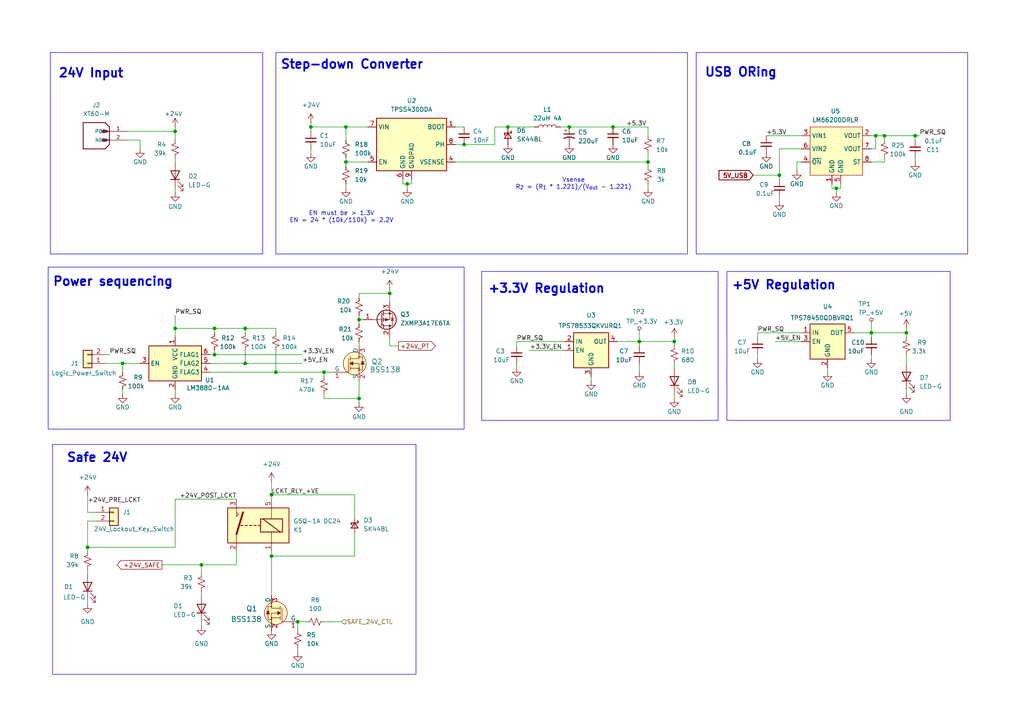
<source format=kicad_sch>
(kicad_sch (version 20250114) (generator "eeschema") (generator_version "9.0")
  (paper "A4")
  (title_block (title "Power Distribution") (rev "1.0.0") (company "Queen's Rocket Engineering Team"))
  (lib_symbols
    (symbol "Connector:TestPoint_Small" (pin_numbers (hide yes)) (pin_names (offset 0.762) (hide yes))
      (property "Reference" "TP" (at 0 3.81 0))
      (property "Value" "TestPoint_Small" (at 0 2.032 0))
      (symbol "TestPoint_Small_1_1"
        (pin passive line (at 0 0 90) (length 0) (name "1") (number "1"))
      )
    )
    (symbol "Connector_Generic:Conn_01x02" (pin_names (offset 1.016) (hide yes))
      (property "Reference" "J" (at 0 2.54 0))
      (property "Value" "Conn_01x02" (at 0 -5.08 0))
      (symbol "Conn_01x02_1_1"
        (pin passive line (at -5.08 0 0) (length 3.81) (name "Pin_1") (number "1"))
        (pin passive line (at -5.08 -2.54 0) (length 3.81) (name "Pin_2") (number "2"))
      )
    )
    (symbol "Device:C_Polarized_Small_US" (pin_numbers (hide yes)) (pin_names (offset 0.254) (hide yes))
      (property "Reference" "C" (at 0.254 1.778 0))
      (property "Value" "C_Polarized_Small_US" (at 0.254 -2.032 0))
      (symbol "C_Polarized_Small_US_1_1"
        (pin passive line (at 0 2.54 270) (length 2.032) (name "~") (number "1"))
        (pin passive line (at 0 -2.54 90) (length 2.032) (name "~") (number "2"))
      )
    )
    (symbol "Device:C_Small" (pin_numbers (hide yes)) (pin_names (offset 0.254) (hide yes))
      (property "Reference" "C" (at 0.254 1.778 0))
      (property "Value" "C_Small" (at 0.254 -2.032 0))
      (symbol "C_Small_1_1"
        (pin passive line (at 0 2.54 270) (length 2.032) (name "~") (number "1"))
        (pin passive line (at 0 -2.54 90) (length 2.032) (name "~") (number "2"))
      )
    )
    (symbol "Device:D_Schottky_Small" (pin_numbers (hide yes)) (pin_names (offset 0.254) (hide yes))
      (property "Reference" "D" (at -1.27 2.032 0))
      (property "Value" "D_Schottky_Small" (at -7.112 -2.032 0))
      (symbol "D_Schottky_Small_1_1"
        (pin passive line (at -2.54 0 0) (length 1.778) (name "K") (number "1"))
        (pin passive line (at 2.54 0 180) (length 1.778) (name "A") (number "2"))
      )
    )
    (symbol "Device:L" (pin_numbers (hide yes)) (pin_names (offset 1.016) (hide yes))
      (property "Reference" "L" (at -1.27 0 90))
      (property "Value" "L" (at 1.905 0 90))
      (symbol "L_1_1"
        (pin passive line (at 0 3.81 270) (length 1.27) (name "1") (number "1"))
        (pin passive line (at 0 -3.81 90) (length 1.27) (name "2") (number "2"))
      )
    )
    (symbol "Device:LED" (pin_numbers (hide yes)) (pin_names (offset 1.016) (hide yes))
      (property "Reference" "D" (at 0 2.54 0))
      (property "Value" "LED" (at 0 -2.54 0))
      (symbol "LED_1_1"
        (pin passive line (at -3.81 0 0) (length 2.54) (name "K") (number "1"))
        (pin passive line (at 3.81 0 180) (length 2.54) (name "A") (number "2"))
      )
    )
    (symbol "Device:R_Small_US" (pin_numbers (hide yes)) (pin_names (offset 0.254) (hide yes))
      (property "Reference" "R" (at 0.762 0.508 0))
      (property "Value" "R_Small_US" (at 0.762 -1.016 0))
      (symbol "R_Small_US_1_1"
        (pin passive line (at 0 2.54 270) (length 1.016) (name "~") (number "1"))
        (pin passive line (at 0 -2.54 90) (length 1.016) (name "~") (number "2"))
      )
    )
    (symbol "LM66200DRLR:LM66200DRLR"
      (property "Reference" "U" (at 0 14.732 0))
      (symbol "LM66200DRLR_1_1"
        (pin input line (at -10.16 10.16 0) (length 2.54) (name "VIN1") (number "3"))
        (pin input line (at -10.16 6.35 0) (length 2.54) (name "VIN2") (number "6"))
        (pin input line (at -10.16 2.54 0) (length 2.54) (name "~{ON}") (number "4"))
        (pin input line (at -1.27 -3.81 90) (length 2.54) (name "GND") (number "1"))
        (pin input line (at 1.27 -3.81 90) (length 2.54) (name "GND") (number "5"))
        (pin input line (at 10.16 10.16 180) (length 2.54) (name "VOUT") (number "2"))
        (pin input line (at 10.16 6.35 180) (length 2.54) (name "VOUT") (number "7"))
        (pin input line (at 10.16 2.54 180) (length 2.54) (name "ST") (number "8"))
      )
    )
    (symbol "Power_Supervisor:LM3880"
      (property "Reference" "U" (at 1.27 8.89 0))
      (property "Value" "LM3880" (at 3.81 6.35 0))
      (symbol "LM3880_1_1"
        (pin input line (at -10.16 0 0) (length 2.54) (name "EN") (number "3"))
        (pin power_in line (at 0 7.62 270) (length 2.54) (name "VCC") (number "1"))
        (pin power_in line (at 0 -7.62 90) (length 2.54) (name "GND") (number "2"))
        (pin open_collector line (at 10.16 2.54 180) (length 2.54) (name "FLAG1") (number "6"))
        (pin open_collector line (at 10.16 0 180) (length 2.54) (name "FLAG2") (number "5"))
        (pin open_collector line (at 10.16 -2.54 180) (length 2.54) (name "FLAG3") (number "4"))
      )
    )
    (symbol "Regulator_Linear:TPS78236DDC"
      (property "Reference" "U" (at -3.81 6.35 0))
      (property "Value" "TPS78236DDC" (at 6.35 6.35 0))
      (symbol "TPS78236DDC_0_1"
        (pin power_in line (at -7.62 2.54 0) (length 2.54) (name "IN") (number "1"))
        (pin input line (at -7.62 0 0) (length 2.54) (name "EN") (number "3"))
        (pin power_in line (at 0 -7.62 90) (length 2.54) (name "GND") (number "2"))
        (pin power_out line (at 7.62 2.54 180) (length 2.54) (name "OUT") (number "5"))
      )
      (symbol "TPS78236DDC_1_1"
        (pin passive line (at 0 -7.62 90) (length 2.54) (hide yes) (name "GND") (number "4"))
      )
    )
    (symbol "Regulator_Switching:TPS5430DDA"
      (property "Reference" "U" (at -10.16 8.89 0))
      (property "Value" "TPS5430DDA" (at -1.27 8.89 0))
      (symbol "TPS5430DDA_1_1"
        (pin power_in line (at -12.7 5.08 0) (length 2.54) (name "VIN") (number "7"))
        (pin input line (at -12.7 -5.08 0) (length 2.54) (name "EN") (number "5"))
        (pin no_connect line (at -10.16 2.54 0) (length 2.54) (hide yes) (name "NC") (number "2"))
        (pin no_connect line (at -10.16 -2.54 0) (length 2.54) (hide yes) (name "NC") (number "3"))
        (pin power_in line (at -2.54 -10.16 90) (length 2.54) (name "GND") (number "6"))
        (pin power_in line (at 0 -10.16 90) (length 2.54) (name "GNDPAD") (number "9"))
        (pin input line (at 12.7 5.08 180) (length 2.54) (name "BOOT") (number "1"))
        (pin output line (at 12.7 0 180) (length 2.54) (name "PH") (number "8"))
        (pin input line (at 12.7 -5.08 180) (length 2.54) (name "VSENSE") (number "4"))
      )
    )
    (symbol "Relay:G5Q-1A"
      (property "Reference" "K" (at 8.89 3.81 0))
      (property "Value" "G5Q-1A" (at 8.89 1.27 0))
      (symbol "G5Q-1A_1_1"
        (pin passive line (at -5.08 7.62 270) (length 2.54) (name "~") (number "5"))
        (pin passive line (at -5.08 -7.62 90) (length 2.54) (name "~") (number "1"))
        (pin passive line (at 5.08 7.62 270) (length 2.54) (name "~") (number "3"))
        (pin passive line (at 5.08 -7.62 90) (length 2.54) (name "~") (number "2"))
      )
    )
    (symbol "TPS78236DDC_1"
      (property "Reference" "U7" (at 0 10.16 0))
      (property "Value" "TPS78533QKVURQ1" (at -4.318 7.62 0))
      (symbol "TPS78236DDC_1_1_1"
        (pin power_in line (at -7.62 2.54 0) (length 2.54) (name "IN") (number "2"))
        (pin input line (at -7.62 0 0) (length 2.54) (name "EN") (number "1"))
        (pin power_in line (at 0 -7.62 90) (length 2.54) (name "GND") (number "3"))
        (pin passive line (at 0 -7.62 90) (length 2.54) (hide yes) (name "GND") (number "4"))
        (pin power_out line (at 7.62 2.54 180) (length 2.54) (name "OUT") (number "4"))
      )
    )
    (symbol "Transistor_FET:ZXMP4A16G" (pin_names (hide yes))
      (property "Reference" "Q" (at 5.08 1.905 0))
      (property "Value" "ZXMP4A16G" (at 5.08 0 0))
      (symbol "ZXMP4A16G_1_1"
        (pin input line (at -5.08 0 0) (length 2.54) (name "G") (number "1"))
        (pin passive line (at 2.54 5.08 270) (length 2.54) (name "D") (number "2"))
        (pin passive line (at 2.54 -5.08 90) (length 2.54) (name "S") (number "3"))
      )
    )
    (symbol "XT60-M:XT60-M" (pin_names (offset 1.016))
      (property "Reference" "J12" (at 3.81 10.16 0))
      (property "Value" "XT60-M" (at 3.81 7.62 0))
      (symbol "XT60-M_1_0"
        (pin passive line (at -5.08 2.54 0) (length 5.08) (name "POS") (number "1"))
        (pin passive line (at -5.08 0 0) (length 5.08) (name "NEG") (number "2"))
      )
    )
    (symbol "dk_Transistors-FETs-MOSFETs-Single:BSS138" (pin_names (offset 0))
      (property "Reference" "Q" (at -2.6924 3.6322 0))
      (property "Value" "BSS138" (at 3.4544 0 90))
      (symbol "BSS138_1_1"
        (pin bidirectional line (at -7.62 -2.54 0) (length 2.54) (name "G") (number "1"))
        (pin bidirectional line (at 0 5.08 270) (length 2.54) (name "D") (number "3"))
        (pin bidirectional line (at 0 -5.08 90) (length 2.54) (name "S") (number "2"))
      )
    )
    (symbol "power:+24V" (power) (pin_numbers (hide yes)) (pin_names (offset 0) (hide yes))
      (property "Value" "+24V" (at 0 3.556 0))
      (symbol "+24V_1_1"
        (pin power_in line (at 0 0 90) (length 0) (name "~") (number "1"))
      )
    )
    (symbol "power:GND" (power) (pin_numbers (hide yes)) (pin_names (offset 0) (hide yes))
      (property "Value" "GND" (at 0 -3.81 0))
      (symbol "GND_1_1"
        (pin power_in line (at 0 0 270) (length 0) (name "~") (number "1"))
      )
    )
  )
  (rectangle (start 15.24 128.905) (end 120.65 195.58))
  (rectangle (start 80.01 15.24) (end 199.39 73.66))
  (rectangle (start 13.97 77.47) (end 134.62 124.46))
  (rectangle (start 139.7 78.74) (end 208.28 121.92))
  (rectangle (start 201.93 15.24) (end 280.67 73.66))
  (rectangle (start 210.82 78.74) (end 275.59 121.92))
  (rectangle (start 14.605 15.24) (end 76.2 73.66))
  (text "EN must be > 1.3V\nEN = 24 * (10k/110k) = 2.2V" (at 99.06 62.992 0) (effects (font (size 1.27 1.27))))
  (text "USB ORing" (at 214.884 21.082 0) (effects (font (size 2.54 2.54) (thickness 0.508) (bold yes))))
  (text "Step-down Converter" (at 102.108 18.796 0) (effects (font (size 2.54 2.54) (thickness 0.508) (bold yes))))
  (text "Vsense\nR_{2} = (R_{1} * 1.221)/(V_{out} - 1.221)" (at 166.37 53.34 0) (effects (font (size 1.27 1.27))))
  (text "+3.3V Regulation" (at 158.496 83.82 0) (effects (font (size 2.54 2.54) (thickness 0.508) (bold yes))))
  (text "+5V Regulation" (at 227.33 82.804 0) (effects (font (size 2.54 2.54) (thickness 0.508) (bold yes))))
  (text "24V Input" (at 26.416 21.336 0) (effects (font (size 2.54 2.54) (thickness 0.508) (bold yes))))
  (text "Power sequencing" (at 32.766 81.788 0) (effects (font (size 2.54 2.54) (thickness 0.508) (bold yes))))
  (text "Safe 24V" (at 28.194 132.842 0) (effects (font (size 2.54 2.54) (thickness 0.508) (bold yes))))
  (junction (at 104.14 115.57))
  (junction (at 50.8 95.25))
  (junction (at 78.74 143.51))
  (junction (at 254 39.37))
  (junction (at 100.33 36.83))
  (junction (at 25.4 158.75))
  (junction (at 165.1 36.83))
  (junction (at 262.89 96.52))
  (junction (at 62.23 102.87))
  (junction (at 35.56 105.41))
  (junction (at 256.54 39.37))
  (junction (at 71.12 105.41))
  (junction (at 134.62 41.91))
  (junction (at 62.23 95.25))
  (junction (at 78.74 161.29))
  (junction (at 118.11 53.34))
  (junction (at 100.33 46.99))
  (junction (at 90.17 36.83))
  (junction (at 80.01 107.95))
  (junction (at 242.57 54.61))
  (junction (at 50.8 38.1))
  (junction (at 86.36 180.34))
  (junction (at 71.12 95.25))
  (junction (at 252.73 96.52))
  (junction (at 187.96 46.99))
  (junction (at 195.58 99.06))
  (junction (at 265.43 39.37))
  (junction (at 177.8 36.83))
  (junction (at 93.98 107.95))
  (junction (at 226.06 50.8))
  (junction (at 58.42 163.83))
  (junction (at 147.32 36.83))
  (junction (at 185.42 99.06))
  (junction (at 104.14 92.71))
  (junction (at 113.03 85.09))
  (wire (pts (xy 40.64 43.18) (xy 40.64 40.64)))
  (wire (pts (xy 86.36 189.23) (xy 86.36 187.96)))
  (wire (pts (xy 116.84 53.34) (xy 118.11 53.34)))
  (wire (pts (xy 132.08 41.91) (xy 134.62 41.91)))
  (wire (pts (xy 119.38 53.34) (xy 119.38 52.07)))
  (wire (pts (xy 254 43.18) (xy 254 39.37)))
  (wire (pts (xy 50.8 95.25) (xy 62.23 95.25)))
  (wire (pts (xy 262.89 102.87) (xy 262.89 105.41)))
  (wire (pts (xy 265.43 39.37) (xy 265.43 40.64)))
  (wire (pts (xy 256.54 45.72) (xy 256.54 46.99)))
  (wire (pts (xy 252.73 43.18) (xy 254 43.18)))
  (wire (pts (xy 100.33 46.99) (xy 100.33 45.72)))
  (wire (pts (xy 46.99 163.83) (xy 58.42 163.83)))
  (wire (pts (xy 35.56 113.03) (xy 35.56 114.3)))
  (wire (pts (xy 90.17 38.1) (xy 90.17 36.83)))
  (wire (pts (xy 102.87 161.29) (xy 102.87 154.94)))
  (wire (pts (xy 50.8 95.25) (xy 50.8 97.79)))
  (wire (pts (xy 252.73 96.52) (xy 252.73 97.79)))
  (wire (pts (xy 62.23 96.52) (xy 62.23 95.25)))
  (wire (pts (xy 242.57 54.61) (xy 242.57 55.88)))
  (wire (pts (xy 185.42 99.06) (xy 195.58 99.06)))
  (wire (pts (xy 254 39.37) (xy 252.73 39.37)))
  (wire (pts (xy 58.42 163.83) (xy 58.42 166.37)))
  (wire (pts (xy 86.36 180.34) (xy 86.36 182.88)))
  (wire (pts (xy 25.4 165.1) (xy 25.4 166.37)))
  (wire (pts (xy 90.17 36.83) (xy 100.33 36.83)))
  (wire (pts (xy 71.12 95.25) (xy 71.12 96.52)))
  (wire (pts (xy 50.8 54.61) (xy 50.8 55.88)))
  (wire (pts (xy 187.96 36.83) (xy 187.96 39.37)))
  (wire (pts (xy 163.83 101.6) (xy 153.67 101.6)))
  (wire (pts (xy 100.33 36.83) (xy 106.68 36.83)))
  (wire (pts (xy 100.33 36.83) (xy 100.33 40.64)))
  (wire (pts (xy 102.87 143.51) (xy 102.87 149.86)))
  (wire (pts (xy 71.12 105.41) (xy 87.63 105.41)))
  (wire (pts (xy 149.86 99.06) (xy 149.86 100.33)))
  (wire (pts (xy 100.33 46.99) (xy 100.33 48.26)))
  (wire (pts (xy 60.96 107.95) (xy 80.01 107.95)))
  (wire (pts (xy 241.3 53.34) (xy 241.3 54.61)))
  (wire (pts (xy 195.58 97.79) (xy 195.58 99.06)))
  (wire (pts (xy 25.4 151.13) (xy 27.94 151.13)))
  (wire (pts (xy 118.11 53.34) (xy 119.38 53.34)))
  (wire (pts (xy 113.03 85.09) (xy 113.03 87.63)))
  (wire (pts (xy 222.25 39.37) (xy 232.41 39.37)))
  (wire (pts (xy 80.01 107.95) (xy 80.01 101.6)))
  (wire (pts (xy 219.71 102.87) (xy 219.71 104.14)))
  (wire (pts (xy 50.8 38.1) (xy 50.8 40.64)))
  (wire (pts (xy 143.51 36.83) (xy 143.51 41.91)))
  (wire (pts (xy 113.03 83.82) (xy 113.03 85.09)))
  (wire (pts (xy 265.43 45.72) (xy 265.43 46.99)))
  (wire (pts (xy 25.4 143.51) (xy 25.4 148.59)))
  (wire (pts (xy 80.01 107.95) (xy 93.98 107.95)))
  (wire (pts (xy 226.06 50.8) (xy 226.06 43.18)))
  (wire (pts (xy 104.14 85.09) (xy 113.03 85.09)))
  (wire (pts (xy 113.03 97.79) (xy 113.03 100.33)))
  (wire (pts (xy 242.57 54.61) (xy 243.84 54.61)))
  (wire (pts (xy 218.44 50.8) (xy 226.06 50.8)))
  (wire (pts (xy 179.07 99.06) (xy 185.42 99.06)))
  (wire (pts (xy 58.42 180.34) (xy 58.42 181.61)))
  (wire (pts (xy 226.06 52.07) (xy 226.06 50.8)))
  (wire (pts (xy 80.01 95.25) (xy 71.12 95.25)))
  (wire (pts (xy 90.17 35.56) (xy 90.17 36.83)))
  (wire (pts (xy 132.08 36.83) (xy 134.62 36.83)))
  (wire (pts (xy 78.74 139.7) (xy 78.74 143.51)))
  (wire (pts (xy 62.23 102.87) (xy 87.63 102.87)))
  (wire (pts (xy 185.42 105.41) (xy 185.42 107.95)))
  (wire (pts (xy 104.14 91.44) (xy 104.14 92.71)))
  (wire (pts (xy 78.74 143.51) (xy 78.74 144.78)))
  (wire (pts (xy 256.54 39.37) (xy 265.43 39.37)))
  (wire (pts (xy 143.51 36.83) (xy 147.32 36.83)))
  (wire (pts (xy 262.89 113.03) (xy 262.89 114.3)))
  (wire (pts (xy 50.8 144.78) (xy 50.8 158.75)))
  (wire (pts (xy 247.65 96.52) (xy 252.73 96.52)))
  (wire (pts (xy 104.14 99.06) (xy 104.14 100.33)))
  (wire (pts (xy 187.96 46.99) (xy 187.96 48.26)))
  (wire (pts (xy 262.89 97.79) (xy 262.89 96.52)))
  (wire (pts (xy 62.23 95.25) (xy 71.12 95.25)))
  (wire (pts (xy 265.43 39.37) (xy 266.7 39.37)))
  (wire (pts (xy 104.14 115.57) (xy 104.14 116.84)))
  (wire (pts (xy 25.4 173.99) (xy 25.4 175.26)))
  (wire (pts (xy 195.58 99.06) (xy 195.58 100.33)))
  (wire (pts (xy 62.23 102.87) (xy 62.23 101.6)))
  (wire (pts (xy 86.36 180.34) (xy 88.9 180.34)))
  (wire (pts (xy 195.58 114.3) (xy 195.58 115.57)))
  (wire (pts (xy 50.8 45.72) (xy 50.8 46.99)))
  (wire (pts (xy 78.74 161.29) (xy 78.74 172.72)))
  (wire (pts (xy 240.03 106.68) (xy 240.03 107.95)))
  (wire (pts (xy 30.48 102.87) (xy 31.75 102.87)))
  (wire (pts (xy 113.03 100.33) (xy 115.57 100.33)))
  (wire (pts (xy 219.71 96.52) (xy 232.41 96.52)))
  (wire (pts (xy 100.33 46.99) (xy 106.68 46.99)))
  (wire (pts (xy 50.8 144.78) (xy 68.58 144.78)))
  (wire (pts (xy 147.32 36.83) (xy 154.94 36.83)))
  (wire (pts (xy 243.84 54.61) (xy 243.84 53.34)))
  (wire (pts (xy 171.45 109.22) (xy 171.45 110.49)))
  (wire (pts (xy 177.8 36.83) (xy 187.96 36.83)))
  (wire (pts (xy 35.56 105.41) (xy 40.64 105.41)))
  (wire (pts (xy 30.48 105.41) (xy 35.56 105.41)))
  (wire (pts (xy 252.73 92.71) (xy 252.73 96.52)))
  (wire (pts (xy 78.74 161.29) (xy 78.74 160.02)))
  (wire (pts (xy 71.12 105.41) (xy 71.12 101.6)))
  (wire (pts (xy 60.96 102.87) (xy 62.23 102.87)))
  (wire (pts (xy 241.3 54.61) (xy 242.57 54.61)))
  (wire (pts (xy 187.96 44.45) (xy 187.96 46.99)))
  (wire (pts (xy 93.98 114.3) (xy 93.98 115.57)))
  (wire (pts (xy 219.71 96.52) (xy 219.71 97.79)))
  (wire (pts (xy 25.4 158.75) (xy 25.4 151.13)))
  (wire (pts (xy 165.1 36.83) (xy 177.8 36.83)))
  (wire (pts (xy 60.96 105.41) (xy 71.12 105.41)))
  (wire (pts (xy 104.14 86.36) (xy 104.14 85.09)))
  (wire (pts (xy 232.41 46.99) (xy 231.14 46.99)))
  (wire (pts (xy 78.74 143.51) (xy 102.87 143.51)))
  (wire (pts (xy 104.14 92.71) (xy 104.14 93.98)))
  (wire (pts (xy 224.79 99.06) (xy 232.41 99.06)))
  (wire (pts (xy 226.06 43.18) (xy 232.41 43.18)))
  (wire (pts (xy 185.42 95.25) (xy 185.42 99.06)))
  (wire (pts (xy 58.42 163.83) (xy 68.58 163.83)))
  (wire (pts (xy 226.06 57.15) (xy 226.06 58.42)))
  (wire (pts (xy 35.56 105.41) (xy 35.56 107.95)))
  (wire (pts (xy 93.98 107.95) (xy 93.98 109.22)))
  (wire (pts (xy 104.14 92.71) (xy 105.41 92.71)))
  (wire (pts (xy 104.14 110.49) (xy 104.14 115.57)))
  (wire (pts (xy 50.8 91.44) (xy 50.8 95.25)))
  (wire (pts (xy 80.01 96.52) (xy 80.01 95.25)))
  (wire (pts (xy 256.54 39.37) (xy 256.54 40.64)))
  (wire (pts (xy 262.89 95.25) (xy 262.89 96.52)))
  (wire (pts (xy 252.73 96.52) (xy 262.89 96.52)))
  (wire (pts (xy 50.8 158.75) (xy 25.4 158.75)))
  (wire (pts (xy 93.98 180.34) (xy 99.06 180.34)))
  (wire (pts (xy 78.74 161.29) (xy 102.87 161.29)))
  (wire (pts (xy 68.58 160.02) (xy 68.58 163.83)))
  (wire (pts (xy 93.98 107.95) (xy 96.52 107.95)))
  (wire (pts (xy 118.11 53.34) (xy 118.11 54.61)))
  (wire (pts (xy 93.98 115.57) (xy 104.14 115.57)))
  (wire (pts (xy 252.73 102.87) (xy 252.73 104.14)))
  (wire (pts (xy 40.64 40.64) (xy 36.83 40.64)))
  (wire (pts (xy 231.14 46.99) (xy 231.14 49.53)))
  (wire (pts (xy 162.56 36.83) (xy 165.1 36.83)))
  (wire (pts (xy 36.83 38.1) (xy 50.8 38.1)))
  (wire (pts (xy 90.17 44.45) (xy 90.17 43.18)))
  (wire (pts (xy 58.42 171.45) (xy 58.42 172.72)))
  (wire (pts (xy 134.62 41.91) (xy 143.51 41.91)))
  (wire (pts (xy 254 39.37) (xy 256.54 39.37)))
  (wire (pts (xy 25.4 148.59) (xy 27.94 148.59)))
  (wire (pts (xy 187.96 54.61) (xy 187.96 53.34)))
  (wire (pts (xy 195.58 105.41) (xy 195.58 106.68)))
  (wire (pts (xy 100.33 53.34) (xy 100.33 54.61)))
  (wire (pts (xy 116.84 53.34) (xy 116.84 52.07)))
  (wire (pts (xy 50.8 113.03) (xy 50.8 114.3)))
  (wire (pts (xy 25.4 158.75) (xy 25.4 160.02)))
  (wire (pts (xy 50.8 36.83) (xy 50.8 38.1)))
  (wire (pts (xy 185.42 99.06) (xy 185.42 100.33)))
  (wire (pts (xy 256.54 46.99) (xy 252.73 46.99)))
  (wire (pts (xy 149.86 105.41) (xy 149.86 106.68)))
  (wire (pts (xy 149.86 99.06) (xy 163.83 99.06)))
  (wire (pts (xy 132.08 46.99) (xy 187.96 46.99)))
  (label "+24V_POST_LCKT" (at 52.07 144.78 0))
  (label "PWR_SQ" (at 31.75 102.87 0))
  (label "PWR_SQ" (at 266.7 39.37 0))
  (label "+3.3V_EN" (at 87.63 102.87 0))
  (label "+5.3V" (at 222.25 39.37 0))
  (label "PWR_SQ" (at 149.86 99.06 0))
  (label "+5V_EN" (at 224.79 99.06 0))
  (label "+5.3V" (at 181.61 36.83 0))
  (label "+24V_PRE_LCKT" (at 25.4 146.05 0))
  (label "PWR_SQ" (at 50.8 91.44 0))
  (label "LCKT_RLY_+VE" (at 78.74 143.51 0))
  (label "+3.3V_EN" (at 153.67 101.6 0))
  (label "PWR_SQ" (at 219.71 96.52 0))
  (label "+5V_EN" (at 87.63 105.41 0))
  (global_label "+24V_PT" (shape output) (at 115.57 100.33 0) (property "Intersheetrefs" "${INTERSHEET_REFS}" (effects (hide yes))))
  (global_label "+24V_SAFE" (shape output) (at 46.99 163.83 180) (property "Intersheetrefs" "${INTERSHEET_REFS}" (effects (hide yes))))
  (global_label "5V_USB" (shape input) (at 218.44 50.8 180) (effects (font (thickness 0.254) (bold yes))) (property "Intersheetrefs" "${INTERSHEET_REFS}" (effects (hide yes))))
  (hierarchical_label "SAFE_24V_CTL" (shape input) (at 99.06 180.34 0))
  (symbol (lib_id "Device:C_Small") (at 219.71 100.33 0) (unit 1)
    (property "Reference" "C7" (at 213.868 99.314 0) (effects (justify left)))
    (property "Value" "10uF" (at 212.852 101.854 0) (effects (justify left)))
    (property "Footprint" "Capacitor_SMD:C_1206_3216Metric" (effects (hide yes)))
    (property "Description" "Unpolarized capacitor, small symbol" (effects (hide yes)))
    (property "Voltage" "50V" (effects (hide yes)))
    (property "Dielectric" "X5R or X7R" (effects (hide yes)))
    (property "P/N" "CL31A106KBHNNNE" (effects (hide yes)))
    (property "LCSC" "C13585" (effects (hide yes)))
  )
  (symbol (lib_id "Device:R_Small_US") (at 262.89 100.33 0) (mirror x) (unit 1)
    (property "Reference" "R9" (at 268.732 99.314 0) (effects (justify right)))
    (property "Value" "3.3k" (at 268.732 101.854 0) (effects (justify right)))
    (property "Footprint" "Resistor_SMD:R_0402_1005Metric" (effects (hide yes)))
    (property "Description" "Resistor, small US symbol" (effects (hide yes)))
  )
  (symbol (lib_id "Device:R_Small_US") (at 104.14 88.9 0) (mirror x) (unit 1)
    (property "Reference" "R20" (at 101.6 87.376 0) (effects (justify right)))
    (property "Value" "10k" (at 102.108 89.916 0) (effects (justify right)))
    (property "Footprint" "Resistor_SMD:R_0402_1005Metric" (effects (hide yes)))
    (property "Description" "Resistor, small US symbol" (effects (hide yes)))
  )
  (symbol (lib_id "power:GND") (at 90.17 44.45 0) (unit 1)
    (property "Reference" "#PWR0113" (effects (hide yes)))
    (property "Value" "GND" (at 90.17 48.26 0))
    (property "Description" "Power symbol creates a global label with name \"GND\" , ground" (effects (hide yes)))
  )
  (symbol (lib_id "power:GND") (at 240.03 107.95 0) (unit 1)
    (property "Reference" "#PWR051" (effects (hide yes)))
    (property "Value" "GND" (at 240.03 111.76 0))
    (property "Description" "Power symbol creates a global label with name \"GND\" , ground" (effects (hide yes)))
  )
  (symbol (lib_id "Device:R_Small_US") (at 100.33 50.8 0) (unit 1)
    (property "Reference" "R19" (at 102.87 49.5299 0) (effects (justify left)))
    (property "Value" "10k" (at 102.87 52.0699 0) (effects (justify left)))
    (property "Footprint" "Resistor_SMD:R_0402_1005Metric" (effects (hide yes)))
    (property "Description" "Resistor, small US symbol" (effects (hide yes)))
    (property "LCSC" "C25531" (effects (hide yes)))
    (property "MPN" "0402WGJ0103TCE" (effects (hide yes)))
  )
  (symbol (lib_id "Transistor_FET:ZXMP4A16G") (at 110.49 92.71 0) (mirror x) (unit 1)
    (property "Reference" "Q3" (at 116.078 91.186 0) (effects (justify left)))
    (property "Value" "ZXMP3A17E6TA" (at 116.078 93.726 0) (effects (justify left)))
    (property "Footprint" "Library:ZXMP3A17E6TA" (effects (hide yes)))
    (property "Datasheet" "https://www.lcsc.com/datasheet/C154715.pdf" (effects (hide yes)))
    (property "Description" "-30V Vds, P-Channel MOSFET, SOT-23-6" (effects (hide yes)))
  )
  (symbol (lib_id "power:GND") (at 219.71 104.14 0) (unit 1)
    (property "Reference" "#PWR047" (effects (hide yes)))
    (property "Value" "GND" (at 219.71 107.95 0))
    (property "Description" "Power symbol creates a global label with name \"GND\" , ground" (effects (hide yes)))
  )
  (symbol (lib_id "power:GND") (at 100.33 54.61 0) (unit 1)
    (property "Reference" "#PWR034" (effects (hide yes)))
    (property "Value" "GND" (at 100.33 58.42 0))
    (property "Description" "Power symbol creates a global label with name \"GND\" , ground" (effects (hide yes)))
  )
  (symbol (lib_id "Device:R_Small_US") (at 91.44 180.34 90) (unit 1)
    (property "Reference" "R6" (at 91.44 173.99 90))
    (property "Value" "100" (at 91.44 176.53 90))
    (property "Footprint" "Resistor_SMD:R_0402_1005Metric" (effects (hide yes)))
    (property "Description" "Resistor, small US symbol" (effects (hide yes)))
    (property "MPN" "0402WGF1000TCE" (effects (hide yes)))
    (property "LCSC" "C25076" (effects (hide yes)))
  )
  (symbol (lib_id "Device:LED") (at 262.89 109.22 90) (unit 1)
    (property "Reference" "D7" (at 266.7 109.5374 90) (effects (justify right)))
    (property "Value" "LED-G" (at 266.7 112.0774 90) (effects (justify right)))
    (property "Footprint" "LED_SMD:LED_0805_2012Metric" (effects (hide yes)))
    (property "Description" "Light emitting diode" (effects (hide yes)))
    (property "Sim.Pins" "1=K 2=A" (effects (hide yes)))
    (property "LCSC" "C2297" (effects (hide yes)))
  )
  (symbol (lib_id "Device:D_Schottky_Small") (at 102.87 152.4 270) (unit 1)
    (property "Reference" "D3" (at 105.41 150.8759 90) (effects (justify left)))
    (property "Value" "SK44BL" (at 105.41 153.4159 90) (effects (justify left)))
    (property "Footprint" "Diode_SMD:D_SMB" (effects (hide yes)))
    (property "Description" "Schottky diode, small symbol" (effects (hide yes)))
    (property "MPN" "SK44BL-TP" (effects (hide yes)))
    (property "LCSC" "C151740" (effects (hide yes)))
  )
  (symbol (lib_id "Device:R_Small_US") (at 80.01 99.06 0) (mirror x) (unit 1)
    (property "Reference" "R14" (at 85.852 98.044 0) (effects (justify right)))
    (property "Value" "100k" (at 86.36 100.584 0) (effects (justify right)))
    (property "Footprint" "Resistor_SMD:R_0402_1005Metric" (effects (hide yes)))
    (property "Description" "Resistor, small US symbol" (effects (hide yes)))
  )
  (symbol (lib_id "Device:R_Small_US") (at 86.36 185.42 0) (unit 1)
    (property "Reference" "R5" (at 88.9 184.1499 0) (effects (justify left)))
    (property "Value" "10k" (at 88.9 186.6899 0) (effects (justify left)))
    (property "Footprint" "Resistor_SMD:R_0402_1005Metric" (effects (hide yes)))
    (property "Description" "Resistor, small US symbol" (effects (hide yes)))
    (property "LCSC" "C25531" (effects (hide yes)))
    (property "MPN" "0402WGJ0103TCE" (effects (hide yes)))
  )
  (symbol (lib_id "power:GND") (at 40.64 43.18 0) (unit 1)
    (property "Reference" "#PWR0102" (effects (hide yes)))
    (property "Value" "GND" (at 40.64 46.99 0))
    (property "Description" "Power symbol creates a global label with name \"GND\" , ground" (effects (hide yes)))
  )
  (symbol (lib_id "Device:R_Small_US") (at 104.14 96.52 0) (mirror x) (unit 1)
    (property "Reference" "R21" (at 102.108 95.504 0) (effects (justify right)))
    (property "Value" "10k" (at 102.616 98.044 0) (effects (justify right)))
    (property "Footprint" "Resistor_SMD:R_0402_1005Metric" (effects (hide yes)))
    (property "Description" "Resistor, small US symbol" (effects (hide yes)))
  )
  (symbol (lib_id "Device:C_Small") (at 185.42 102.87 0) (unit 1)
    (property "Reference" "C7" (at 179.578 101.854 0) (effects (justify left)))
    (property "Value" "10uF" (at 178.562 104.394 0) (effects (justify left)))
    (property "Footprint" "Capacitor_SMD:C_1206_3216Metric" (effects (hide yes)))
    (property "Description" "Unpolarized capacitor, small symbol" (effects (hide yes)))
    (property "Voltage" "50V" (effects (hide yes)))
    (property "Dielectric" "X5R or X7R" (effects (hide yes)))
    (property "P/N" "CL31A106KBHNNNE" (effects (hide yes)))
    (property "LCSC" "C13585" (effects (hide yes)))
  )
  (symbol (lib_id "Connector_Generic:Conn_01x02") (at 33.02 148.59 0) (unit 1) (in_bom no)
    (property "Reference" "J1" (at 35.56 148.5899 0) (effects (justify left)))
    (property "Value" "24V_Lockout_Key_Switch" (at 27.178 153.416 0) (effects (justify left)))
    (property "Footprint" "Connector_JST:JST_XH_B2B-XH-A_1x02_P2.50mm_Vertical" (effects (hide yes)))
    (property "Description" "Generic connector, single row, 01x02, script generated (kicad-library-utils/schlib/autogen/connector/)" (effects (hide yes)))
    (property "MPN" "XH-2A" (effects (hide yes)))
    (property "LCSC" "C20079" (effects (hide yes)))
  )
  (symbol (lib_id "power:GND") (at 25.4 175.26 0) (unit 1)
    (property "Reference" "#PWR022" (effects (hide yes)))
    (property "Value" "GND" (at 25.4 180.34 0))
    (property "Description" "Power symbol creates a global label with name \"GND\" , ground" (effects (hide yes)))
  )
  (symbol (lib_id "Device:R_Small_US") (at 187.96 41.91 0) (unit 1)
    (property "Reference" "R7" (at 190.246 40.894 0) (effects (justify left)))
    (property "Value" "10k" (at 190.246 43.434 0) (effects (justify left)))
    (property "Footprint" "Resistor_SMD:R_0402_1005Metric" (effects (hide yes)))
    (property "Description" "Resistor, small US symbol" (effects (hide yes)))
    (property "LCSC" "C25531" (effects (hide yes)))
    (property "MPN" "0402WGJ0103TCE" (effects (hide yes)))
  )
  (symbol (lib_id "power:GND") (at 86.36 189.23 0) (unit 1)
    (property "Reference" "#PWR0111" (effects (hide yes)))
    (property "Value" "GND" (at 86.36 193.04 0))
    (property "Description" "Power symbol creates a global label with name \"GND\" , ground" (effects (hide yes)))
  )
  (symbol (lib_id "Device:C_Small") (at 265.43 43.18 180) (unit 1)
    (property "Reference" "C11" (at 272.542 43.434 0) (effects (justify left)))
    (property "Value" "0.1uF" (at 273.558 40.894 0) (effects (justify left)))
    (property "Footprint" "Capacitor_SMD:C_1206_3216Metric" (effects (hide yes)))
    (property "Description" "Unpolarized capacitor, small symbol" (effects (hide yes)))
    (property "Voltage" "50V" (effects (hide yes)))
    (property "Dielectric" "X5R or X7R" (effects (hide yes)))
    (property "P/N" "CL31A106KBHNNNE" (effects (hide yes)))
    (property "LCSC" "C13585" (effects (hide yes)))
  )
  (symbol (lib_id "Device:R_Small_US") (at 187.96 50.8 0) (unit 1)
    (property "Reference" "R8" (at 190.5 49.5299 0) (effects (justify left)))
    (property "Value" "3k" (at 190.5 52.0699 0) (effects (justify left)))
    (property "Footprint" "Resistor_SMD:R_0402_1005Metric" (effects (hide yes)))
    (property "Description" "Resistor, small US symbol" (effects (hide yes)))
    (property "MPN" "0402WGF3301TCE" (effects (hide yes)))
    (property "LCSC" "C25890" (effects (hide yes)))
  )
  (symbol (lib_id "Relay:G5Q-1A") (at 73.66 152.4 0) (mirror y) (unit 1)
    (property "Reference" "K1" (at 85.09 153.6701 0) (effects (justify right)))
    (property "Value" "G5Q-1A DC24" (at 85.09 151.1301 0) (effects (justify right)))
    (property "Footprint" "Relay_THT:Relay_SPST_Omron-G5Q-1A" (effects (hide yes)))
    (property "Datasheet" "https://www.omron.com/ecb/products/pdf/en-g5q.pdf" (effects (hide yes)))
    (property "Description" "Omron G5Q relay, Miniature Single Pole, SPST-NO, 10A" (effects (hide yes)))
  )
  (symbol (lib_id "power:GND") (at 187.96 54.61 0) (unit 1)
    (property "Reference" "#PWR0106" (effects (hide yes)))
    (property "Value" "GND" (at 187.96 58.42 0))
    (property "Description" "Power symbol creates a global label with name \"GND\" , ground" (effects (hide yes)))
  )
  (symbol (lib_id "power:+24V") (at 195.58 97.79 0) (unit 1)
    (property "Reference" "#PWR045" (effects (hide yes)))
    (property "Value" "+3.3V" (at 195.326 93.472 0))
    (property "Description" "Power symbol creates a global label with name \"+24V\"" (effects (hide yes)))
  )
  (symbol (lib_id "power:GND") (at 58.42 181.61 0) (unit 1)
    (property "Reference" "#PWR0110" (effects (hide yes)))
    (property "Value" "GND" (at 58.42 186.69 0))
    (property "Description" "Power symbol creates a global label with name \"GND\" , ground" (effects (hide yes)))
  )
  (symbol (lib_id "power:GND") (at 177.8 41.91 0) (unit 1)
    (property "Reference" "#PWR0107" (effects (hide yes)))
    (property "Value" "GND" (at 177.8 45.72 0))
    (property "Description" "Power symbol creates a global label with name \"GND\" , ground" (effects (hide yes)))
  )
  (symbol (lib_id "power:+24V") (at 262.89 95.25 0) (unit 1)
    (property "Reference" "#PWR054" (effects (hide yes)))
    (property "Value" "+5V" (at 262.636 90.932 0))
    (property "Description" "Power symbol creates a global label with name \"+24V\"" (effects (hide yes)))
  )
  (symbol (lib_id "power:GND") (at 35.56 114.3 0) (unit 1)
    (property "Reference" "#PWR023" (effects (hide yes)))
    (property "Value" "GND" (at 35.56 118.11 0))
    (property "Description" "Power symbol creates a global label with name \"GND\" , ground" (effects (hide yes)))
  )
  (symbol (lib_id "power:GND") (at 165.1 41.91 0) (unit 1)
    (property "Reference" "#PWR0108" (effects (hide yes)))
    (property "Value" "GND" (at 165.1 45.72 0))
    (property "Description" "Power symbol creates a global label with name \"GND\" , ground" (effects (hide yes)))
  )
  (symbol (lib_id "XT60-M:XT60-M") (at 31.75 40.64 0) (mirror y) (unit 1) (in_bom no)
    (property "Reference" "J2" (at 27.94 30.48 0))
    (property "Value" "XT60-M" (at 27.94 33.02 0))
    (property "Footprint" "Connector_AMASS:AMASS_XT60PW-F_1x02_P7.20mm_Horizontal" (effects (hide yes)))
    (property "MF" "AMASS" (effects (hide yes)))
    (property "MAXIMUM_PACKAGE_HEIGHT" "16.00 mm" (effects (hide yes)))
    (property "Package" "Package" (effects (hide yes)))
    (property "Price" "None" (effects (hide yes)))
    (property "Check_prices" "https://www.snapeda.com/parts/XT60-M/AMASS/view-part/?ref=eda" (effects (hide yes)))
    (property "STANDARD" "IPC 7351B" (effects (hide yes)))
    (property "PARTREV" "V1.2" (effects (hide yes)))
    (property "SnapEDA_Link" "https://www.snapeda.com/parts/XT60-M/AMASS/view-part/?ref=snap" (effects (hide yes)))
    (property "MP" "XT60-M" (effects (hide yes)))
    (property "Description_1" "Plug; DC supply; XT60; male; PIN: 2; for cable; soldered; 30A; 500V" (effects (hide yes)))
    (property "Availability" "Not in stock" (effects (hide yes)))
    (property "MANUFACTURER" "AMASS" (effects (hide yes)))
    (property "Ordering Link" "https://www.amazon.ca/XT60PW-Connector-Adapter-Battery-%EF%BC%885Pairs%EF%BC%89/dp/B09XTN9N9S" (effects (hide yes)))
  )
  (symbol (lib_id "LM66200DRLR:LM66200DRLR") (at 242.57 49.53 0) (unit 1)
    (property "Reference" "U5" (at 242.316 32.258 0))
    (property "Value" "LM66200DRLR" (at 242.316 34.798 0))
    (property "Footprint" "Package_TO_SOT_SMD:SOT-583-8" (effects (hide yes)))
    (property "Datasheet" "https://www.ti.com/lit/ds/symlink/lm66200.pdf?ts=1762877745322" (effects (hide yes)))
  )
  (symbol (lib_id "dk_Transistors-FETs-MOSFETs-Single:BSS138") (at 78.74 177.8 0) (mirror y) (unit 1)
    (property "Reference" "Q1" (at 74.676 176.5301 0) (effects (font (size 1.524 1.524)) (justify left)))
    (property "Value" "BSS138" (at 75.946 179.578 0) (effects (font (size 1.524 1.524)) (justify left)))
    (property "Footprint" "Package_TO_SOT_SMD:SOT-23-3" (effects (hide yes)))
    (property "Datasheet" "https://www.onsemi.com/pub/Collateral/BSS138-D.PDF" (effects (hide yes)))
    (property "Description" "MOSFET N-CH 50V 220MA SOT-23" (effects (hide yes)))
    (property "MPN" "BSS138" (effects (hide yes)))
    (property "LCSC" "C8490" (effects (hide yes)))
    (property "Category" "Discrete Semiconductor Products" (effects (hide yes)))
    (property "Family" "Transistors - FETs, MOSFETs - Single" (effects (hide yes)))
    (property "DK_Datasheet_Link" "https://www.onsemi.com/pub/Collateral/BSS138-D.PDF" (effects (hide yes)))
    (property "DK_Detail_Page" "/product-detail/en/on-semiconductor/BSS138/BSS138CT-ND/244294" (effects (hide yes)))
    (property "Description_1" "MOSFET N-CH 50V 220MA SOT-23" (effects (hide yes)))
    (property "Manufacturer" "ON Semiconductor" (effects (hide yes)))
    (property "Status" "Active" (effects (hide yes)))
  )
  (symbol (lib_id "power:GND") (at 242.57 55.88 0) (unit 1)
    (property "Reference" "#PWR052" (effects (hide yes)))
    (property "Value" "GND" (at 242.57 59.69 0))
    (property "Description" "Power symbol creates a global label with name \"GND\" , ground" (effects (hide yes)))
  )
  (symbol (lib_id "Device:R_Small_US") (at 35.56 110.49 0) (mirror x) (unit 1)
    (property "Reference" "R9" (at 41.402 109.474 0) (effects (justify right)))
    (property "Value" "100k" (at 41.91 112.014 0) (effects (justify right)))
    (property "Footprint" "Resistor_SMD:R_0402_1005Metric" (effects (hide yes)))
    (property "Description" "Resistor, small US symbol" (effects (hide yes)))
  )
  (symbol (lib_id "power:GND") (at 231.14 49.53 0) (unit 1)
    (property "Reference" "#PWR050" (effects (hide yes)))
    (property "Value" "GND" (at 231.14 53.34 0))
    (property "Description" "Power symbol creates a global label with name \"GND\" , ground" (effects (hide yes)))
  )
  (symbol (lib_id "Device:LED") (at 195.58 110.49 90) (unit 1)
    (property "Reference" "D8" (at 199.39 110.8074 90) (effects (justify right)))
    (property "Value" "LED-G" (at 199.39 113.3474 90) (effects (justify right)))
    (property "Footprint" "LED_SMD:LED_0805_2012Metric" (effects (hide yes)))
    (property "Description" "Light emitting diode" (effects (hide yes)))
    (property "Sim.Pins" "1=K 2=A" (effects (hide yes)))
    (property "LCSC" "C2297" (effects (hide yes)))
  )
  (symbol (lib_name "TPS78236DDC_1") (lib_id "Regulator_Linear:TPS78236DDC") (at 171.45 101.6 0) (unit 1)
    (property "Reference" "U3" (at 171.45 91.44 0))
    (property "Value" "TPS78533QKVURQ1" (at 171.196 94.488 0))
    (property "Footprint" "Package_TO_SOT_SMD:TO-252-4" (effects (hide yes)))
    (property "Datasheet" "https://www.ti.com/lit/ds/symlink/tps784-q1.pdf?ts=1762749144486&ref_url=https%253A%252F%252Fwww.ti.com%252Fproduct%252FTPS784-Q1%252Fpart-details%252FTPS78450QDBVRQ1" (effects (hide yes)))
    (property "LCSC" "C2877783" (effects (hide yes)))
  )
  (symbol (lib_id "Device:D_Schottky_Small") (at 147.32 39.37 270) (unit 1)
    (property "Reference" "D6" (at 149.86 37.8459 90) (effects (justify left)))
    (property "Value" "SK44BL" (at 149.86 40.3859 90) (effects (justify left)))
    (property "Footprint" "Diode_SMD:D_SMB" (effects (hide yes)))
    (property "Description" "Schottky diode, small symbol" (effects (hide yes)))
    (property "MPN" "SK44BL-TP" (effects (hide yes)))
    (property "LCSC" "C151740" (effects (hide yes)))
  )
  (symbol (lib_id "power:GND") (at 147.32 41.91 0) (unit 1)
    (property "Reference" "#PWR0104" (effects (hide yes)))
    (property "Value" "GND" (at 147.32 45.72 0))
    (property "Description" "Power symbol creates a global label with name \"GND\" , ground" (effects (hide yes)))
  )
  (symbol (lib_id "Connector:TestPoint_Small") (at 252.73 92.71 0) (unit 1)
    (property "Reference" "TP1" (at 248.92 88.138 0) (effects (justify left)))
    (property "Value" "TP_+5V" (at 248.92 90.678 0) (effects (justify left)))
    (property "Footprint" "TestPoint:TestPoint_Pad_D1.0mm" (effects (hide yes)))
    (property "Description" "test point" (effects (hide yes)))
  )
  (symbol (lib_id "Device:L") (at 158.75 36.83 90) (unit 1)
    (property "Reference" "L1" (at 158.75 31.75 90))
    (property "Value" "22uH 4A" (at 158.75 34.29 90))
    (property "Footprint" "Inductor_SMD:L_12.5x12.5mm_SXNSMDRS1275" (effects (hide yes)))
    (property "Datasheet" "kicad-embed://SMDRSXXXX.pdf" (effects (hide yes)))
    (property "Description" "Inductor" (effects (hide yes)))
    (property "P/N" "SMDRS1275-220N" (effects (hide yes)))
    (property "MFG" "SXN(Shun Xiang Nuo Elec)" (effects (hide yes)))
    (property "DCR" "26mΩ" (effects (hide yes)))
    (property "Isat" "4A" (effects (hide yes)))
    (property "Irated" "4A" (effects (hide yes)))
    (property "LCSC" "C163684" (effects (hide yes)))
  )
  (symbol (lib_id "Regulator_Linear:TPS78236DDC") (at 240.03 99.06 0) (unit 1)
    (property "Reference" "U4" (at 240.03 88.9 0))
    (property "Value" "TPS78450QDBVRQ1" (at 238.506 92.202 0))
    (property "Footprint" "Package_TO_SOT_SMD:SOT-23-5" (effects (hide yes)))
    (property "Datasheet" "https://www.ti.com/lit/ds/symlink/tps784-q1.pdf?ts=1762749144486&ref_url=https%253A%252F%252Fwww.ti.com%252Fproduct%252FTPS784-Q1%252Fpart-details%252FTPS78450QDBVRQ1" (effects (hide yes)))
    (property "Description" "300-mA, 115mV Dropout Voltage, 5V, SOT-23-5" (effects (hide yes)))
    (property "LCSC" "C2877783" (effects (hide yes)))
  )
  (symbol (lib_id "Device:R_Small_US") (at 195.58 102.87 0) (mirror x) (unit 1)
    (property "Reference" "R10" (at 201.422 101.854 0) (effects (justify right)))
    (property "Value" "680" (at 201.422 104.394 0) (effects (justify right)))
    (property "Footprint" "Resistor_SMD:R_0402_1005Metric" (effects (hide yes)))
    (property "Description" "Resistor, small US symbol" (effects (hide yes)))
  )
  (symbol (lib_id "Device:C_Small") (at 222.25 41.91 0) (unit 1)
    (property "Reference" "C8" (at 215.138 41.656 0) (effects (justify left)))
    (property "Value" "0.1uF" (at 214.122 44.196 0) (effects (justify left)))
    (property "Footprint" "Capacitor_SMD:C_1206_3216Metric" (effects (hide yes)))
    (property "Description" "Unpolarized capacitor, small symbol" (effects (hide yes)))
    (property "Voltage" "50V" (effects (hide yes)))
    (property "Dielectric" "X5R or X7R" (effects (hide yes)))
    (property "P/N" "CL31A106KBHNNNE" (effects (hide yes)))
    (property "LCSC" "C13585" (effects (hide yes)))
  )
  (symbol (lib_id "Device:C_Small") (at 252.73 100.33 0) (unit 1)
    (property "Reference" "C10" (at 246.888 99.314 0) (effects (justify left)))
    (property "Value" "10uF" (at 245.872 101.854 0) (effects (justify left)))
    (property "Footprint" "Capacitor_SMD:C_1206_3216Metric" (effects (hide yes)))
    (property "Description" "Unpolarized capacitor, small symbol" (effects (hide yes)))
    (property "Voltage" "50V" (effects (hide yes)))
    (property "Dielectric" "X5R or X7R" (effects (hide yes)))
    (property "P/N" "CL31A106KBHNNNE" (effects (hide yes)))
    (property "LCSC" "C13585" (effects (hide yes)))
  )
  (symbol (lib_id "power:+24V") (at 90.17 35.56 0) (unit 1)
    (property "Reference" "#PWR0114" (effects (hide yes)))
    (property "Value" "+24V" (at 90.17 30.48 0))
    (property "Description" "Power symbol creates a global label with name \"+24V\"" (effects (hide yes)))
  )
  (symbol (lib_id "dk_Transistors-FETs-MOSFETs-Single:BSS138") (at 104.14 105.41 0) (unit 1)
    (property "Reference" "Q2" (at 107.696 104.9021 0) (effects (font (size 1.524 1.524)) (justify left)))
    (property "Value" "BSS138" (at 107.188 107.188 0) (effects (font (size 1.524 1.524)) (justify left)))
    (property "Footprint" "Package_TO_SOT_SMD:SOT-23-3" (effects (hide yes)))
    (property "Datasheet" "https://www.onsemi.com/pub/Collateral/BSS138-D.PDF" (effects (hide yes)))
    (property "Description" "MOSFET N-CH 50V 220MA SOT-23" (effects (hide yes)))
    (property "MPN" "BSS138" (effects (hide yes)))
    (property "LCSC" "C8490" (effects (hide yes)))
    (property "Category" "Discrete Semiconductor Products" (effects (hide yes)))
    (property "Family" "Transistors - FETs, MOSFETs - Single" (effects (hide yes)))
    (property "DK_Datasheet_Link" "https://www.onsemi.com/pub/Collateral/BSS138-D.PDF" (effects (hide yes)))
    (property "DK_Detail_Page" "/product-detail/en/on-semiconductor/BSS138/BSS138CT-ND/244294" (effects (hide yes)))
    (property "Description_1" "MOSFET N-CH 50V 220MA SOT-23" (effects (hide yes)))
    (property "Manufacturer" "ON Semiconductor" (effects (hide yes)))
    (property "Status" "Active" (effects (hide yes)))
  )
  (symbol (lib_id "power:GND") (at 265.43 46.99 0) (unit 1)
    (property "Reference" "#PWR056" (effects (hide yes)))
    (property "Value" "GND" (at 265.43 50.8 0))
    (property "Description" "Power symbol creates a global label with name \"GND\" , ground" (effects (hide yes)))
  )
  (symbol (lib_id "Regulator_Switching:TPS5430DDA") (at 119.38 41.91 0) (unit 1)
    (property "Reference" "U2" (at 119.38 29.21 0))
    (property "Value" "TPS5430DDA" (at 119.38 31.75 0))
    (property "Footprint" "Package_SO:TI_SO-PowerPAD-8_ThermalVias" (effects (hide yes)))
    (property "Datasheet" "http://www.ti.com/lit/ds/symlink/tps5430.pdf" (effects (hide yes)))
    (property "Description" "3A, Step Down Swift Converter, Adjustable Output Voltage, 5.5-36V Input Voltage, PowerSO-8" (effects (hide yes)))
    (property "LCSC" "C9864" (effects (hide yes)))
  )
  (symbol (lib_id "Device:R_Small_US") (at 62.23 99.06 0) (mirror x) (unit 1)
    (property "Reference" "R12" (at 68.072 98.044 0) (effects (justify right)))
    (property "Value" "100k" (at 68.58 100.584 0) (effects (justify right)))
    (property "Footprint" "Resistor_SMD:R_0402_1005Metric" (effects (hide yes)))
    (property "Description" "Resistor, small US symbol" (effects (hide yes)))
  )
  (symbol (lib_id "power:GND") (at 252.73 104.14 0) (unit 1)
    (property "Reference" "#PWR053" (effects (hide yes)))
    (property "Value" "GND" (at 252.73 107.95 0))
    (property "Description" "Power symbol creates a global label with name \"GND\" , ground" (effects (hide yes)))
  )
  (symbol (lib_id "power:GND") (at 149.86 106.68 0) (unit 1)
    (property "Reference" "#PWR0117" (effects (hide yes)))
    (property "Value" "GND" (at 149.86 110.49 0))
    (property "Description" "Power symbol creates a global label with name \"GND\" , ground" (effects (hide yes)))
  )
  (symbol (lib_id "Device:R_Small_US") (at 256.54 43.18 0) (mirror x) (unit 1)
    (property "Reference" "R25" (at 262.382 42.164 0) (effects (justify right)))
    (property "Value" "100k" (at 262.89 44.704 0) (effects (justify right)))
    (property "Footprint" "Resistor_SMD:R_0402_1005Metric" (effects (hide yes)))
    (property "Description" "Resistor, small US symbol" (effects (hide yes)))
  )
  (symbol (lib_id "Device:R_Small_US") (at 100.33 43.18 0) (unit 1)
    (property "Reference" "R18" (at 102.87 41.9099 0) (effects (justify left)))
    (property "Value" "100k" (at 102.87 44.4499 0) (effects (justify left)))
    (property "Footprint" "Resistor_SMD:R_0402_1005Metric" (effects (hide yes)))
    (property "Description" "Resistor, small US symbol" (effects (hide yes)))
    (property "MPN" "0402WGJ0104TCE" (effects (hide yes)))
    (property "LCSC" "C25530" (effects (hide yes)))
  )
  (symbol (lib_id "power:GND") (at 50.8 55.88 0) (unit 1)
    (property "Reference" "#PWR0103" (effects (hide yes)))
    (property "Value" "GND" (at 50.8 59.944 0))
    (property "Description" "Power symbol creates a global label with name \"GND\" , ground" (effects (hide yes)))
  )
  (symbol (lib_id "Device:R_Small_US") (at 25.4 162.56 0) (mirror x) (unit 1)
    (property "Reference" "R8" (at 22.86 161.2899 0) (effects (justify right)))
    (property "Value" "39k" (at 22.86 163.8299 0) (effects (justify right)))
    (property "Footprint" "Resistor_SMD:R_0402_1005Metric" (effects (hide yes)))
    (property "Description" "Resistor, small US symbol" (effects (hide yes)))
  )
  (symbol (lib_id "Power_Supervisor:LM3880") (at 50.8 105.41 0) (unit 1)
    (property "Reference" "U1" (at 59.436 110.236 0) (effects (justify left)))
    (property "Value" "LM3880-1AA" (at 54.102 112.522 0) (effects (justify left)))
    (property "Footprint" "Package_TO_SOT_SMD:SOT-23-6" (effects (hide yes)))
    (property "Datasheet" "http://www.ti.com/lit/ds/symlink/lm3880.pdf" (effects (hide yes)))
    (property "Description" "Simple Power Sequencer, SOT-23-6" (effects (hide yes)))
  )
  (symbol (lib_id "power:GND") (at 262.89 114.3 0) (unit 1)
    (property "Reference" "#PWR0105" (effects (hide yes)))
    (property "Value" "GND" (at 262.89 119.38 0))
    (property "Description" "Power symbol creates a global label with name \"GND\" , ground" (effects (hide yes)))
  )
  (symbol (lib_id "Device:LED") (at 25.4 170.18 90) (unit 1)
    (property "Reference" "D1" (at 18.542 170.18 90) (effects (justify right)))
    (property "Value" "LED-G" (at 18.288 173.228 90) (effects (justify right)))
    (property "Footprint" "LED_SMD:LED_0805_2012Metric" (effects (hide yes)))
    (property "Description" "Light emitting diode" (effects (hide yes)))
    (property "Sim.Pins" "1=K 2=A" (effects (hide yes)))
    (property "LCSC" "C2297" (effects (hide yes)))
  )
  (symbol (lib_id "power:GND") (at 171.45 110.49 0) (unit 1)
    (property "Reference" "#PWR02" (effects (hide yes)))
    (property "Value" "GND" (at 171.45 114.3 0))
    (property "Description" "Power symbol creates a global label with name \"GND\" , ground" (effects (hide yes)))
  )
  (symbol (lib_id "Device:R_Small_US") (at 50.8 43.18 0) (mirror x) (unit 1)
    (property "Reference" "R4" (at 48.26 41.9099 0) (effects (justify right)))
    (property "Value" "39k" (at 48.26 44.4499 0) (effects (justify right)))
    (property "Footprint" "Resistor_SMD:R_0402_1005Metric" (effects (hide yes)))
    (property "Description" "Resistor, small US symbol" (effects (hide yes)))
  )
  (symbol (lib_id "power:GND") (at 222.25 44.45 0) (unit 1)
    (property "Reference" "#PWR048" (effects (hide yes)))
    (property "Value" "GND" (at 222.25 48.26 0))
    (property "Description" "Power symbol creates a global label with name \"GND\" , ground" (effects (hide yes)))
  )
  (symbol (lib_id "Connector_Generic:Conn_01x02") (at 25.4 105.41 180) (unit 1) (in_bom no)
    (property "Reference" "J1" (at 22.86 105.4101 0) (effects (justify left)))
    (property "Value" "Logic_Power_Switch" (at 33.782 108.204 0) (effects (justify left)))
    (property "Footprint" "Connector_JST:JST_XH_B2B-XH-A_1x02_P2.50mm_Vertical" (effects (hide yes)))
    (property "Description" "Generic connector, single row, 01x02, script generated (kicad-library-utils/schlib/autogen/connector/)" (effects (hide yes)))
    (property "MPN" "XH-2A" (effects (hide yes)))
    (property "LCSC" "C20079" (effects (hide yes)))
  )
  (symbol (lib_id "Device:C_Small") (at 90.17 40.64 0) (unit 1)
    (property "Reference" "C1" (at 92.71 39.3762 0) (effects (justify left)))
    (property "Value" "10uF" (at 92.71 41.9162 0) (effects (justify left)))
    (property "Footprint" "Capacitor_SMD:C_1206_3216Metric" (effects (hide yes)))
    (property "Description" "Unpolarized capacitor, small symbol" (effects (hide yes)))
    (property "Voltage" "50V" (effects (hide yes)))
    (property "Dielectric" "X5R or X7R" (effects (hide yes)))
    (property "P/N" "CL31A106KBHNNNE" (effects (hide yes)))
    (property "LCSC" "C13585" (effects (hide yes)))
  )
  (symbol (lib_id "Device:C_Polarized_Small_US") (at 165.1 39.37 0) (unit 1)
    (property "Reference" "C5" (at 167.64 38.354 0) (effects (justify left)))
    (property "Value" "220uF" (at 167.64 40.894 0) (effects (justify left)))
    (property "Footprint" "Capacitor_SMD:CP_Elec_8x10.5" (effects (hide yes)))
    (property "Datasheet" "kicad-embed://C3340.pdf" (effects (hide yes)))
    (property "Description" "Polarized capacitor, small US symbol" (effects (hide yes)))
    (property "P/N" "RVT1V221M0810" (effects (hide yes)))
    (property "MFR" "Honor Elec" (effects (hide yes)))
    (property "LCSC" "C3340" (effects (hide yes)))
  )
  (symbol (lib_id "Device:C_Small") (at 226.06 54.61 0) (unit 1)
    (property "Reference" "C9" (at 220.218 53.594 0) (effects (justify left)))
    (property "Value" "0.1uF" (at 219.202 56.134 0) (effects (justify left)))
    (property "Footprint" "Capacitor_SMD:C_1206_3216Metric" (effects (hide yes)))
    (property "Description" "Unpolarized capacitor, small symbol" (effects (hide yes)))
    (property "Voltage" "50V" (effects (hide yes)))
    (property "Dielectric" "X5R or X7R" (effects (hide yes)))
    (property "P/N" "CL31A106KBHNNNE" (effects (hide yes)))
    (property "LCSC" "C13585" (effects (hide yes)))
  )
  (symbol (lib_id "power:+24V") (at 113.03 83.82 0) (unit 1)
    (property "Reference" "#PWR036" (effects (hide yes)))
    (property "Value" "+24V" (at 113.03 78.74 0))
    (property "Description" "Power symbol creates a global label with name \"+24V\"" (effects (hide yes)))
  )
  (symbol (lib_id "power:GND") (at 185.42 107.95 0) (unit 1)
    (property "Reference" "#PWR03" (effects (hide yes)))
    (property "Value" "GND" (at 185.42 111.76 0))
    (property "Description" "Power symbol creates a global label with name \"GND\" , ground" (effects (hide yes)))
  )
  (symbol (lib_id "Device:R_Small_US") (at 58.42 168.91 0) (mirror x) (unit 1)
    (property "Reference" "R3" (at 55.88 167.6399 0) (effects (justify right)))
    (property "Value" "39k" (at 55.88 170.1799 0) (effects (justify right)))
    (property "Footprint" "Resistor_SMD:R_0402_1005Metric" (effects (hide yes)))
    (property "Description" "Resistor, small US symbol" (effects (hide yes)))
  )
  (symbol (lib_id "power:GND") (at 50.8 114.3 0) (unit 1)
    (property "Reference" "#PWR027" (effects (hide yes)))
    (property "Value" "GND" (at 50.8 118.11 0))
    (property "Description" "Power symbol creates a global label with name \"GND\" , ground" (effects (hide yes)))
  )
  (symbol (lib_id "Device:R_Small_US") (at 71.12 99.06 0) (mirror x) (unit 1)
    (property "Reference" "R13" (at 76.962 98.044 0) (effects (justify right)))
    (property "Value" "100k" (at 77.47 100.584 0) (effects (justify right)))
    (property "Footprint" "Resistor_SMD:R_0402_1005Metric" (effects (hide yes)))
    (property "Description" "Resistor, small US symbol" (effects (hide yes)))
  )
  (symbol (lib_id "power:+24V") (at 50.8 36.83 0) (unit 1)
    (property "Reference" "#PWR025" (effects (hide yes)))
    (property "Value" "+24V" (at 50.292 33.02 0))
    (property "Description" "Power symbol creates a global label with name \"+24V\"" (effects (hide yes)))
  )
  (symbol (lib_id "power:GND") (at 195.58 115.57 0) (unit 1)
    (property "Reference" "#PWR04" (effects (hide yes)))
    (property "Value" "GND" (at 195.58 119.38 0))
    (property "Description" "Power symbol creates a global label with name \"GND\" , ground" (effects (hide yes)))
  )
  (symbol (lib_id "power:GND") (at 104.14 116.84 0) (unit 1)
    (property "Reference" "#PWR035" (effects (hide yes)))
    (property "Value" "GND" (at 104.14 120.904 0))
    (property "Description" "Power symbol creates a global label with name \"GND\" , ground" (effects (hide yes)))
  )
  (symbol (lib_id "Connector:TestPoint_Small") (at 185.42 95.25 0) (unit 1)
    (property "Reference" "TP2" (at 183.388 90.424 0) (effects (justify left)))
    (property "Value" "TP_+3.3V" (at 181.61 93.218 0) (effects (justify left)))
    (property "Footprint" "TestPoint:TestPoint_Pad_D1.0mm" (effects (hide yes)))
    (property "Description" "test point" (effects (hide yes)))
  )
  (symbol (lib_id "power:GND") (at 78.74 182.88 0) (unit 1)
    (property "Reference" "#PWR0109" (effects (hide yes)))
    (property "Value" "GND" (at 78.74 186.69 0))
    (property "Description" "Power symbol creates a global label with name \"GND\" , ground" (effects (hide yes)))
  )
  (symbol (lib_id "Device:LED") (at 50.8 50.8 90) (unit 1)
    (property "Reference" "D2" (at 54.61 51.1174 90) (effects (justify right)))
    (property "Value" "LED-G" (at 54.61 53.6574 90) (effects (justify right)))
    (property "Footprint" "LED_SMD:LED_0805_2012Metric" (effects (hide yes)))
    (property "Description" "Light emitting diode" (effects (hide yes)))
    (property "Sim.Pins" "1=K 2=A" (effects (hide yes)))
    (property "LCSC" "C2297" (effects (hide yes)))
  )
  (symbol (lib_id "power:GND") (at 226.06 58.42 0) (unit 1)
    (property "Reference" "#PWR049" (effects (hide yes)))
    (property "Value" "GND" (at 226.06 62.23 0))
    (property "Description" "Power symbol creates a global label with name \"GND\" , ground" (effects (hide yes)))
  )
  (symbol (lib_id "Device:C_Small") (at 149.86 102.87 0) (unit 1)
    (property "Reference" "C3" (at 143.764 101.854 0) (effects (justify left)))
    (property "Value" "10uF" (at 143.002 104.394 0) (effects (justify left)))
    (property "Footprint" "Capacitor_SMD:C_1206_3216Metric" (effects (hide yes)))
    (property "Description" "Unpolarized capacitor, small symbol" (effects (hide yes)))
    (property "Voltage" "50V" (effects (hide yes)))
    (property "Dielectric" "X5R or X7R" (effects (hide yes)))
    (property "P/N" "CL31A106KBHNNNE" (effects (hide yes)))
    (property "LCSC" "C13585" (effects (hide yes)))
  )
  (symbol (lib_id "Device:C_Small") (at 177.8 39.37 0) (unit 1)
    (property "Reference" "C6" (at 180.34 38.1062 0) (effects (justify left)))
    (property "Value" "10uF" (at 180.34 40.6462 0) (effects (justify left)))
    (property "Footprint" "Capacitor_SMD:C_1206_3216Metric" (effects (hide yes)))
    (property "Description" "Unpolarized capacitor, small symbol" (effects (hide yes)))
    (property "Voltage" "50V" (effects (hide yes)))
    (property "Dielectric" "X5R or X7R" (effects (hide yes)))
    (property "P/N" "CL31A106KBHNNNE" (effects (hide yes)))
    (property "LCSC" "C13585" (effects (hide yes)))
  )
  (symbol (lib_id "Device:C_Small") (at 134.62 39.37 0) (unit 1)
    (property "Reference" "C4" (at 137.16 38.1062 0) (effects (justify left)))
    (property "Value" "10nF" (at 137.16 40.6462 0) (effects (justify left)))
    (property "Footprint" "Capacitor_SMD:C_0402_1005Metric" (effects (hide yes)))
    (property "Description" "Unpolarized capacitor, small symbol" (effects (hide yes)))
    (property "MPN" "0402B103K500NT" (effects (hide yes)))
    (property "LCSC" "C1524" (effects (hide yes)))
  )
  (symbol (lib_id "power:+24V") (at 25.4 143.51 0) (unit 1)
    (property "Reference" "#PWR0101" (effects (hide yes)))
    (property "Value" "+24V" (at 25.4 138.43 0))
    (property "Description" "Power symbol creates a global label with name \"+24V\"" (effects (hide yes)))
  )
  (symbol (lib_id "power:GND") (at 118.11 54.61 0) (unit 1)
    (property "Reference" "#PWR0115" (effects (hide yes)))
    (property "Value" "GND" (at 118.11 58.42 0))
    (property "Description" "Power symbol creates a global label with name \"GND\" , ground" (effects (hide yes)))
  )
  (symbol (lib_id "Device:R_Small_US") (at 93.98 111.76 0) (mirror x) (unit 1)
    (property "Reference" "R17" (at 90.932 110.49 0) (effects (justify right)))
    (property "Value" "470k" (at 91.44 113.03 0) (effects (justify right)))
    (property "Footprint" "Resistor_SMD:R_0402_1005Metric" (effects (hide yes)))
    (property "Description" "Resistor, small US symbol" (effects (hide yes)))
  )
  (symbol (lib_id "Device:LED") (at 58.42 176.53 90) (unit 1)
    (property "Reference" "D1" (at 50.292 175.768 90) (effects (justify right)))
    (property "Value" "LED-G" (at 50.292 178.308 90) (effects (justify right)))
    (property "Footprint" "LED_SMD:LED_0805_2012Metric" (effects (hide yes)))
    (property "Description" "Light emitting diode" (effects (hide yes)))
    (property "Sim.Pins" "1=K 2=A" (effects (hide yes)))
    (property "LCSC" "C2297" (effects (hide yes)))
  )
  (symbol (lib_id "power:+24V") (at 78.74 139.7 0) (unit 1)
    (property "Reference" "#PWR0112" (effects (hide yes)))
    (property "Value" "+24V" (at 78.74 134.62 0))
    (property "Description" "Power symbol creates a global label with name \"+24V\"" (effects (hide yes)))
  )
)
</source>
